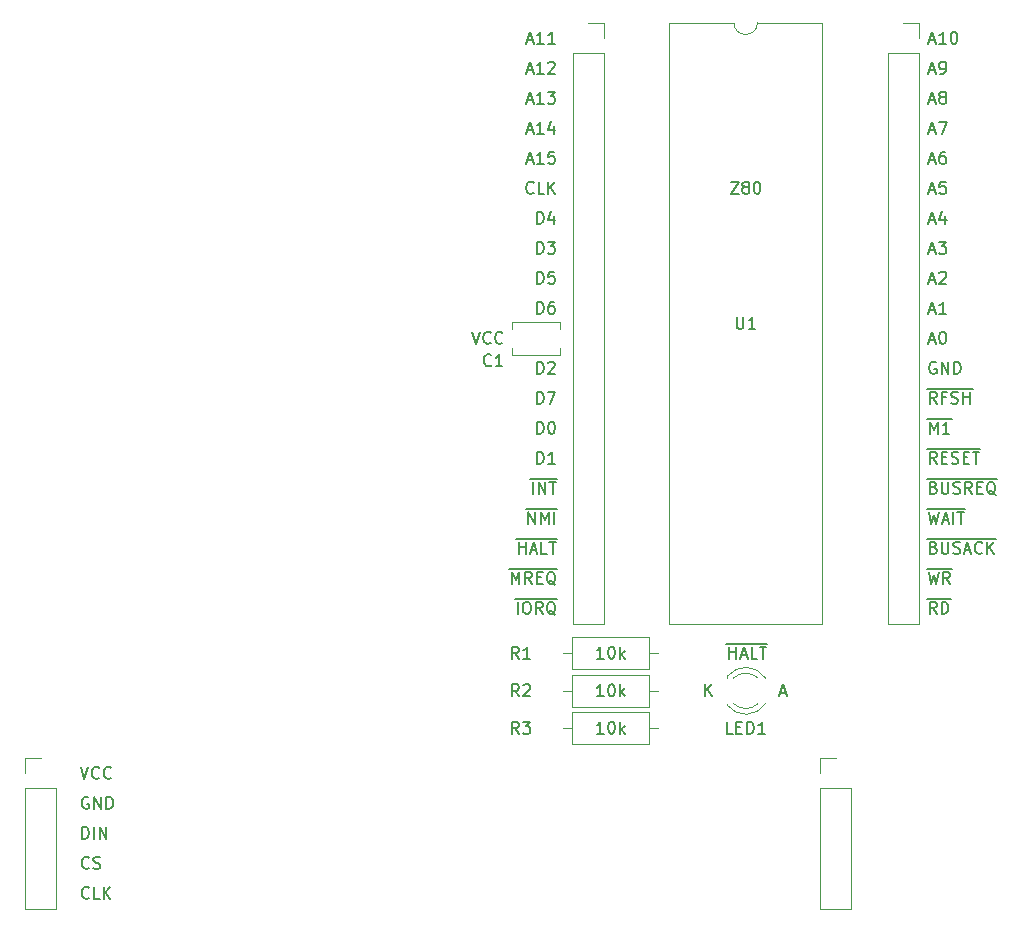
<source format=gto>
G04 #@! TF.GenerationSoftware,KiCad,Pcbnew,(6.0.10-0)*
G04 #@! TF.CreationDate,2023-01-04T21:44:57+09:00*
G04 #@! TF.ProjectId,MEZ80LED,4d455a38-304c-4454-942e-6b696361645f,A*
G04 #@! TF.SameCoordinates,PX5ee3fe0PY8f872a0*
G04 #@! TF.FileFunction,Legend,Top*
G04 #@! TF.FilePolarity,Positive*
%FSLAX46Y46*%
G04 Gerber Fmt 4.6, Leading zero omitted, Abs format (unit mm)*
G04 Created by KiCad (PCBNEW (6.0.10-0)) date 2023-01-04 21:44:57*
%MOMM*%
%LPD*%
G01*
G04 APERTURE LIST*
%ADD10C,0.150000*%
%ADD11C,0.120000*%
G04 APERTURE END LIST*
D10*
X43913214Y46537620D02*
X43913214Y47537620D01*
X44151309Y47537620D01*
X44294166Y47490000D01*
X44389404Y47394762D01*
X44437023Y47299524D01*
X44484642Y47109048D01*
X44484642Y46966191D01*
X44437023Y46775715D01*
X44389404Y46680477D01*
X44294166Y46585239D01*
X44151309Y46537620D01*
X43913214Y46537620D01*
X44865595Y47442381D02*
X44913214Y47490000D01*
X45008452Y47537620D01*
X45246547Y47537620D01*
X45341785Y47490000D01*
X45389404Y47442381D01*
X45437023Y47347143D01*
X45437023Y47251905D01*
X45389404Y47109048D01*
X44817976Y46537620D01*
X45437023Y46537620D01*
X76937500Y27500000D02*
X77937500Y27500000D01*
X77747023Y26217620D02*
X77413690Y26693810D01*
X77175595Y26217620D02*
X77175595Y27217620D01*
X77556547Y27217620D01*
X77651785Y27170000D01*
X77699404Y27122381D01*
X77747023Y27027143D01*
X77747023Y26884286D01*
X77699404Y26789048D01*
X77651785Y26741429D01*
X77556547Y26693810D01*
X77175595Y26693810D01*
X77937500Y27500000D02*
X78937500Y27500000D01*
X78175595Y26217620D02*
X78175595Y27217620D01*
X78413690Y27217620D01*
X78556547Y27170000D01*
X78651785Y27074762D01*
X78699404Y26979524D01*
X78747023Y26789048D01*
X78747023Y26646191D01*
X78699404Y26455715D01*
X78651785Y26360477D01*
X78556547Y26265239D01*
X78413690Y26217620D01*
X78175595Y26217620D01*
X42056071Y27500000D02*
X42532261Y27500000D01*
X42294166Y26217620D02*
X42294166Y27217620D01*
X42532261Y27500000D02*
X43579880Y27500000D01*
X42960833Y27217620D02*
X43151309Y27217620D01*
X43246547Y27170000D01*
X43341785Y27074762D01*
X43389404Y26884286D01*
X43389404Y26550953D01*
X43341785Y26360477D01*
X43246547Y26265239D01*
X43151309Y26217620D01*
X42960833Y26217620D01*
X42865595Y26265239D01*
X42770357Y26360477D01*
X42722738Y26550953D01*
X42722738Y26884286D01*
X42770357Y27074762D01*
X42865595Y27170000D01*
X42960833Y27217620D01*
X43579880Y27500000D02*
X44579880Y27500000D01*
X44389404Y26217620D02*
X44056071Y26693810D01*
X43817976Y26217620D02*
X43817976Y27217620D01*
X44198928Y27217620D01*
X44294166Y27170000D01*
X44341785Y27122381D01*
X44389404Y27027143D01*
X44389404Y26884286D01*
X44341785Y26789048D01*
X44294166Y26741429D01*
X44198928Y26693810D01*
X43817976Y26693810D01*
X44579880Y27500000D02*
X45627500Y27500000D01*
X45484642Y26122381D02*
X45389404Y26170000D01*
X45294166Y26265239D01*
X45151309Y26408096D01*
X45056071Y26455715D01*
X44960833Y26455715D01*
X45008452Y26217620D02*
X44913214Y26265239D01*
X44817976Y26360477D01*
X44770357Y26550953D01*
X44770357Y26884286D01*
X44817976Y27074762D01*
X44913214Y27170000D01*
X45008452Y27217620D01*
X45198928Y27217620D01*
X45294166Y27170000D01*
X45389404Y27074762D01*
X45437023Y26884286D01*
X45437023Y26550953D01*
X45389404Y26360477D01*
X45294166Y26265239D01*
X45198928Y26217620D01*
X45008452Y26217620D01*
X38420595Y50077620D02*
X38753928Y49077620D01*
X39087261Y50077620D01*
X39992023Y49172858D02*
X39944404Y49125239D01*
X39801547Y49077620D01*
X39706309Y49077620D01*
X39563452Y49125239D01*
X39468214Y49220477D01*
X39420595Y49315715D01*
X39372976Y49506191D01*
X39372976Y49649048D01*
X39420595Y49839524D01*
X39468214Y49934762D01*
X39563452Y50030000D01*
X39706309Y50077620D01*
X39801547Y50077620D01*
X39944404Y50030000D01*
X39992023Y49982381D01*
X40992023Y49172858D02*
X40944404Y49125239D01*
X40801547Y49077620D01*
X40706309Y49077620D01*
X40563452Y49125239D01*
X40468214Y49220477D01*
X40420595Y49315715D01*
X40372976Y49506191D01*
X40372976Y49649048D01*
X40420595Y49839524D01*
X40468214Y49934762D01*
X40563452Y50030000D01*
X40706309Y50077620D01*
X40801547Y50077620D01*
X40944404Y50030000D01*
X40992023Y49982381D01*
X43627500Y61872858D02*
X43579880Y61825239D01*
X43437023Y61777620D01*
X43341785Y61777620D01*
X43198928Y61825239D01*
X43103690Y61920477D01*
X43056071Y62015715D01*
X43008452Y62206191D01*
X43008452Y62349048D01*
X43056071Y62539524D01*
X43103690Y62634762D01*
X43198928Y62730000D01*
X43341785Y62777620D01*
X43437023Y62777620D01*
X43579880Y62730000D01*
X43627500Y62682381D01*
X44532261Y61777620D02*
X44056071Y61777620D01*
X44056071Y62777620D01*
X44865595Y61777620D02*
X44865595Y62777620D01*
X45437023Y61777620D02*
X45008452Y62349048D01*
X45437023Y62777620D02*
X44865595Y62206191D01*
X43913214Y59237620D02*
X43913214Y60237620D01*
X44151309Y60237620D01*
X44294166Y60190000D01*
X44389404Y60094762D01*
X44437023Y59999524D01*
X44484642Y59809048D01*
X44484642Y59666191D01*
X44437023Y59475715D01*
X44389404Y59380477D01*
X44294166Y59285239D01*
X44151309Y59237620D01*
X43913214Y59237620D01*
X45341785Y59904286D02*
X45341785Y59237620D01*
X45103690Y60285239D02*
X44865595Y59570953D01*
X45484642Y59570953D01*
X43056071Y67143334D02*
X43532261Y67143334D01*
X42960833Y66857620D02*
X43294166Y67857620D01*
X43627500Y66857620D01*
X44484642Y66857620D02*
X43913214Y66857620D01*
X44198928Y66857620D02*
X44198928Y67857620D01*
X44103690Y67714762D01*
X44008452Y67619524D01*
X43913214Y67571905D01*
X45341785Y67524286D02*
X45341785Y66857620D01*
X45103690Y67905239D02*
X44865595Y67190953D01*
X45484642Y67190953D01*
X76937500Y37660000D02*
X77937500Y37660000D01*
X77508928Y36901429D02*
X77651785Y36853810D01*
X77699404Y36806191D01*
X77747023Y36710953D01*
X77747023Y36568096D01*
X77699404Y36472858D01*
X77651785Y36425239D01*
X77556547Y36377620D01*
X77175595Y36377620D01*
X77175595Y37377620D01*
X77508928Y37377620D01*
X77604166Y37330000D01*
X77651785Y37282381D01*
X77699404Y37187143D01*
X77699404Y37091905D01*
X77651785Y36996667D01*
X77604166Y36949048D01*
X77508928Y36901429D01*
X77175595Y36901429D01*
X77937500Y37660000D02*
X78985119Y37660000D01*
X78175595Y37377620D02*
X78175595Y36568096D01*
X78223214Y36472858D01*
X78270833Y36425239D01*
X78366071Y36377620D01*
X78556547Y36377620D01*
X78651785Y36425239D01*
X78699404Y36472858D01*
X78747023Y36568096D01*
X78747023Y37377620D01*
X78985119Y37660000D02*
X79937500Y37660000D01*
X79175595Y36425239D02*
X79318452Y36377620D01*
X79556547Y36377620D01*
X79651785Y36425239D01*
X79699404Y36472858D01*
X79747023Y36568096D01*
X79747023Y36663334D01*
X79699404Y36758572D01*
X79651785Y36806191D01*
X79556547Y36853810D01*
X79366071Y36901429D01*
X79270833Y36949048D01*
X79223214Y36996667D01*
X79175595Y37091905D01*
X79175595Y37187143D01*
X79223214Y37282381D01*
X79270833Y37330000D01*
X79366071Y37377620D01*
X79604166Y37377620D01*
X79747023Y37330000D01*
X79937500Y37660000D02*
X80937500Y37660000D01*
X80747023Y36377620D02*
X80413690Y36853810D01*
X80175595Y36377620D02*
X80175595Y37377620D01*
X80556547Y37377620D01*
X80651785Y37330000D01*
X80699404Y37282381D01*
X80747023Y37187143D01*
X80747023Y37044286D01*
X80699404Y36949048D01*
X80651785Y36901429D01*
X80556547Y36853810D01*
X80175595Y36853810D01*
X80937500Y37660000D02*
X81842261Y37660000D01*
X81175595Y36901429D02*
X81508928Y36901429D01*
X81651785Y36377620D02*
X81175595Y36377620D01*
X81175595Y37377620D01*
X81651785Y37377620D01*
X81842261Y37660000D02*
X82889880Y37660000D01*
X82747023Y36282381D02*
X82651785Y36330000D01*
X82556547Y36425239D01*
X82413690Y36568096D01*
X82318452Y36615715D01*
X82223214Y36615715D01*
X82270833Y36377620D02*
X82175595Y36425239D01*
X82080357Y36520477D01*
X82032738Y36710953D01*
X82032738Y37044286D01*
X82080357Y37234762D01*
X82175595Y37330000D01*
X82270833Y37377620D01*
X82461309Y37377620D01*
X82556547Y37330000D01*
X82651785Y37234762D01*
X82699404Y37044286D01*
X82699404Y36710953D01*
X82651785Y36520477D01*
X82556547Y36425239D01*
X82461309Y36377620D01*
X82270833Y36377620D01*
X77127976Y72223334D02*
X77604166Y72223334D01*
X77032738Y71937620D02*
X77366071Y72937620D01*
X77699404Y71937620D01*
X78080357Y71937620D02*
X78270833Y71937620D01*
X78366071Y71985239D01*
X78413690Y72032858D01*
X78508928Y72175715D01*
X78556547Y72366191D01*
X78556547Y72747143D01*
X78508928Y72842381D01*
X78461309Y72890000D01*
X78366071Y72937620D01*
X78175595Y72937620D01*
X78080357Y72890000D01*
X78032738Y72842381D01*
X77985119Y72747143D01*
X77985119Y72509048D01*
X78032738Y72413810D01*
X78080357Y72366191D01*
X78175595Y72318572D01*
X78366071Y72318572D01*
X78461309Y72366191D01*
X78508928Y72413810D01*
X78556547Y72509048D01*
X77127976Y62063334D02*
X77604166Y62063334D01*
X77032738Y61777620D02*
X77366071Y62777620D01*
X77699404Y61777620D01*
X78508928Y62777620D02*
X78032738Y62777620D01*
X77985119Y62301429D01*
X78032738Y62349048D01*
X78127976Y62396667D01*
X78366071Y62396667D01*
X78461309Y62349048D01*
X78508928Y62301429D01*
X78556547Y62206191D01*
X78556547Y61968096D01*
X78508928Y61872858D01*
X78461309Y61825239D01*
X78366071Y61777620D01*
X78127976Y61777620D01*
X78032738Y61825239D01*
X77985119Y61872858D01*
X43913214Y56697620D02*
X43913214Y57697620D01*
X44151309Y57697620D01*
X44294166Y57650000D01*
X44389404Y57554762D01*
X44437023Y57459524D01*
X44484642Y57269048D01*
X44484642Y57126191D01*
X44437023Y56935715D01*
X44389404Y56840477D01*
X44294166Y56745239D01*
X44151309Y56697620D01*
X43913214Y56697620D01*
X44817976Y57697620D02*
X45437023Y57697620D01*
X45103690Y57316667D01*
X45246547Y57316667D01*
X45341785Y57269048D01*
X45389404Y57221429D01*
X45437023Y57126191D01*
X45437023Y56888096D01*
X45389404Y56792858D01*
X45341785Y56745239D01*
X45246547Y56697620D01*
X44960833Y56697620D01*
X44865595Y56745239D01*
X44817976Y56792858D01*
X76937500Y45280000D02*
X77937500Y45280000D01*
X77747023Y43997620D02*
X77413690Y44473810D01*
X77175595Y43997620D02*
X77175595Y44997620D01*
X77556547Y44997620D01*
X77651785Y44950000D01*
X77699404Y44902381D01*
X77747023Y44807143D01*
X77747023Y44664286D01*
X77699404Y44569048D01*
X77651785Y44521429D01*
X77556547Y44473810D01*
X77175595Y44473810D01*
X77937500Y45280000D02*
X78794642Y45280000D01*
X78508928Y44521429D02*
X78175595Y44521429D01*
X78175595Y43997620D02*
X78175595Y44997620D01*
X78651785Y44997620D01*
X78794642Y45280000D02*
X79747023Y45280000D01*
X78985119Y44045239D02*
X79127976Y43997620D01*
X79366071Y43997620D01*
X79461309Y44045239D01*
X79508928Y44092858D01*
X79556547Y44188096D01*
X79556547Y44283334D01*
X79508928Y44378572D01*
X79461309Y44426191D01*
X79366071Y44473810D01*
X79175595Y44521429D01*
X79080357Y44569048D01*
X79032738Y44616667D01*
X78985119Y44711905D01*
X78985119Y44807143D01*
X79032738Y44902381D01*
X79080357Y44950000D01*
X79175595Y44997620D01*
X79413690Y44997620D01*
X79556547Y44950000D01*
X79747023Y45280000D02*
X80794642Y45280000D01*
X79985119Y43997620D02*
X79985119Y44997620D01*
X79985119Y44521429D02*
X80556547Y44521429D01*
X80556547Y43997620D02*
X80556547Y44997620D01*
X42960833Y35120000D02*
X44008452Y35120000D01*
X43198928Y33837620D02*
X43198928Y34837620D01*
X43770357Y33837620D01*
X43770357Y34837620D01*
X44008452Y35120000D02*
X45151309Y35120000D01*
X44246547Y33837620D02*
X44246547Y34837620D01*
X44579880Y34123334D01*
X44913214Y34837620D01*
X44913214Y33837620D01*
X45151309Y35120000D02*
X45627500Y35120000D01*
X45389404Y33837620D02*
X45389404Y34837620D01*
X77699404Y47490000D02*
X77604166Y47537620D01*
X77461309Y47537620D01*
X77318452Y47490000D01*
X77223214Y47394762D01*
X77175595Y47299524D01*
X77127976Y47109048D01*
X77127976Y46966191D01*
X77175595Y46775715D01*
X77223214Y46680477D01*
X77318452Y46585239D01*
X77461309Y46537620D01*
X77556547Y46537620D01*
X77699404Y46585239D01*
X77747023Y46632858D01*
X77747023Y46966191D01*
X77556547Y46966191D01*
X78175595Y46537620D02*
X78175595Y47537620D01*
X78747023Y46537620D01*
X78747023Y47537620D01*
X79223214Y46537620D02*
X79223214Y47537620D01*
X79461309Y47537620D01*
X79604166Y47490000D01*
X79699404Y47394762D01*
X79747023Y47299524D01*
X79794642Y47109048D01*
X79794642Y46966191D01*
X79747023Y46775715D01*
X79699404Y46680477D01*
X79604166Y46585239D01*
X79461309Y46537620D01*
X79223214Y46537620D01*
X5939404Y10655000D02*
X5844166Y10702620D01*
X5701309Y10702620D01*
X5558452Y10655000D01*
X5463214Y10559762D01*
X5415595Y10464524D01*
X5367976Y10274048D01*
X5367976Y10131191D01*
X5415595Y9940715D01*
X5463214Y9845477D01*
X5558452Y9750239D01*
X5701309Y9702620D01*
X5796547Y9702620D01*
X5939404Y9750239D01*
X5987023Y9797858D01*
X5987023Y10131191D01*
X5796547Y10131191D01*
X6415595Y9702620D02*
X6415595Y10702620D01*
X6987023Y9702620D01*
X6987023Y10702620D01*
X7463214Y9702620D02*
X7463214Y10702620D01*
X7701309Y10702620D01*
X7844166Y10655000D01*
X7939404Y10559762D01*
X7987023Y10464524D01*
X8034642Y10274048D01*
X8034642Y10131191D01*
X7987023Y9940715D01*
X7939404Y9845477D01*
X7844166Y9750239D01*
X7701309Y9702620D01*
X7463214Y9702620D01*
X77127976Y67143334D02*
X77604166Y67143334D01*
X77032738Y66857620D02*
X77366071Y67857620D01*
X77699404Y66857620D01*
X77937500Y67857620D02*
X78604166Y67857620D01*
X78175595Y66857620D01*
X77127976Y54443334D02*
X77604166Y54443334D01*
X77032738Y54157620D02*
X77366071Y55157620D01*
X77699404Y54157620D01*
X77985119Y55062381D02*
X78032738Y55110000D01*
X78127976Y55157620D01*
X78366071Y55157620D01*
X78461309Y55110000D01*
X78508928Y55062381D01*
X78556547Y54967143D01*
X78556547Y54871905D01*
X78508928Y54729048D01*
X77937500Y54157620D01*
X78556547Y54157620D01*
X43913214Y51617620D02*
X43913214Y52617620D01*
X44151309Y52617620D01*
X44294166Y52570000D01*
X44389404Y52474762D01*
X44437023Y52379524D01*
X44484642Y52189048D01*
X44484642Y52046191D01*
X44437023Y51855715D01*
X44389404Y51760477D01*
X44294166Y51665239D01*
X44151309Y51617620D01*
X43913214Y51617620D01*
X45341785Y52617620D02*
X45151309Y52617620D01*
X45056071Y52570000D01*
X45008452Y52522381D01*
X44913214Y52379524D01*
X44865595Y52189048D01*
X44865595Y51808096D01*
X44913214Y51712858D01*
X44960833Y51665239D01*
X45056071Y51617620D01*
X45246547Y51617620D01*
X45341785Y51665239D01*
X45389404Y51712858D01*
X45437023Y51808096D01*
X45437023Y52046191D01*
X45389404Y52141429D01*
X45341785Y52189048D01*
X45246547Y52236667D01*
X45056071Y52236667D01*
X44960833Y52189048D01*
X44913214Y52141429D01*
X44865595Y52046191D01*
X43913214Y38917620D02*
X43913214Y39917620D01*
X44151309Y39917620D01*
X44294166Y39870000D01*
X44389404Y39774762D01*
X44437023Y39679524D01*
X44484642Y39489048D01*
X44484642Y39346191D01*
X44437023Y39155715D01*
X44389404Y39060477D01*
X44294166Y38965239D01*
X44151309Y38917620D01*
X43913214Y38917620D01*
X45437023Y38917620D02*
X44865595Y38917620D01*
X45151309Y38917620D02*
X45151309Y39917620D01*
X45056071Y39774762D01*
X44960833Y39679524D01*
X44865595Y39631905D01*
X77127976Y74763334D02*
X77604166Y74763334D01*
X77032738Y74477620D02*
X77366071Y75477620D01*
X77699404Y74477620D01*
X78556547Y74477620D02*
X77985119Y74477620D01*
X78270833Y74477620D02*
X78270833Y75477620D01*
X78175595Y75334762D01*
X78080357Y75239524D01*
X77985119Y75191905D01*
X79175595Y75477620D02*
X79270833Y75477620D01*
X79366071Y75430000D01*
X79413690Y75382381D01*
X79461309Y75287143D01*
X79508928Y75096667D01*
X79508928Y74858572D01*
X79461309Y74668096D01*
X79413690Y74572858D01*
X79366071Y74525239D01*
X79270833Y74477620D01*
X79175595Y74477620D01*
X79080357Y74525239D01*
X79032738Y74572858D01*
X78985119Y74668096D01*
X78937500Y74858572D01*
X78937500Y75096667D01*
X78985119Y75287143D01*
X79032738Y75382381D01*
X79080357Y75430000D01*
X79175595Y75477620D01*
X77127976Y69683334D02*
X77604166Y69683334D01*
X77032738Y69397620D02*
X77366071Y70397620D01*
X77699404Y69397620D01*
X78175595Y69969048D02*
X78080357Y70016667D01*
X78032738Y70064286D01*
X77985119Y70159524D01*
X77985119Y70207143D01*
X78032738Y70302381D01*
X78080357Y70350000D01*
X78175595Y70397620D01*
X78366071Y70397620D01*
X78461309Y70350000D01*
X78508928Y70302381D01*
X78556547Y70207143D01*
X78556547Y70159524D01*
X78508928Y70064286D01*
X78461309Y70016667D01*
X78366071Y69969048D01*
X78175595Y69969048D01*
X78080357Y69921429D01*
X78032738Y69873810D01*
X77985119Y69778572D01*
X77985119Y69588096D01*
X78032738Y69492858D01*
X78080357Y69445239D01*
X78175595Y69397620D01*
X78366071Y69397620D01*
X78461309Y69445239D01*
X78508928Y69492858D01*
X78556547Y69588096D01*
X78556547Y69778572D01*
X78508928Y69873810D01*
X78461309Y69921429D01*
X78366071Y69969048D01*
X49569761Y16062620D02*
X48998333Y16062620D01*
X49284047Y16062620D02*
X49284047Y17062620D01*
X49188809Y16919762D01*
X49093571Y16824524D01*
X48998333Y16776905D01*
X50188809Y17062620D02*
X50284047Y17062620D01*
X50379285Y17015000D01*
X50426904Y16967381D01*
X50474523Y16872143D01*
X50522142Y16681667D01*
X50522142Y16443572D01*
X50474523Y16253096D01*
X50426904Y16157858D01*
X50379285Y16110239D01*
X50284047Y16062620D01*
X50188809Y16062620D01*
X50093571Y16110239D01*
X50045952Y16157858D01*
X49998333Y16253096D01*
X49950714Y16443572D01*
X49950714Y16681667D01*
X49998333Y16872143D01*
X50045952Y16967381D01*
X50093571Y17015000D01*
X50188809Y17062620D01*
X50950714Y16062620D02*
X50950714Y17062620D01*
X51045952Y16443572D02*
X51331666Y16062620D01*
X51331666Y16729286D02*
X50950714Y16348334D01*
X43056071Y74763334D02*
X43532261Y74763334D01*
X42960833Y74477620D02*
X43294166Y75477620D01*
X43627500Y74477620D01*
X44484642Y74477620D02*
X43913214Y74477620D01*
X44198928Y74477620D02*
X44198928Y75477620D01*
X44103690Y75334762D01*
X44008452Y75239524D01*
X43913214Y75191905D01*
X45437023Y74477620D02*
X44865595Y74477620D01*
X45151309Y74477620D02*
X45151309Y75477620D01*
X45056071Y75334762D01*
X44960833Y75239524D01*
X44865595Y75191905D01*
X43913214Y43997620D02*
X43913214Y44997620D01*
X44151309Y44997620D01*
X44294166Y44950000D01*
X44389404Y44854762D01*
X44437023Y44759524D01*
X44484642Y44569048D01*
X44484642Y44426191D01*
X44437023Y44235715D01*
X44389404Y44140477D01*
X44294166Y44045239D01*
X44151309Y43997620D01*
X43913214Y43997620D01*
X44817976Y44997620D02*
X45484642Y44997620D01*
X45056071Y43997620D01*
X76937500Y42740000D02*
X78080357Y42740000D01*
X77175595Y41457620D02*
X77175595Y42457620D01*
X77508928Y41743334D01*
X77842261Y42457620D01*
X77842261Y41457620D01*
X78080357Y42740000D02*
X79032738Y42740000D01*
X78842261Y41457620D02*
X78270833Y41457620D01*
X78556547Y41457620D02*
X78556547Y42457620D01*
X78461309Y42314762D01*
X78366071Y42219524D01*
X78270833Y42171905D01*
X5415595Y7162620D02*
X5415595Y8162620D01*
X5653690Y8162620D01*
X5796547Y8115000D01*
X5891785Y8019762D01*
X5939404Y7924524D01*
X5987023Y7734048D01*
X5987023Y7591191D01*
X5939404Y7400715D01*
X5891785Y7305477D01*
X5796547Y7210239D01*
X5653690Y7162620D01*
X5415595Y7162620D01*
X6415595Y7162620D02*
X6415595Y8162620D01*
X6891785Y7162620D02*
X6891785Y8162620D01*
X7463214Y7162620D01*
X7463214Y8162620D01*
X49569761Y22412620D02*
X48998333Y22412620D01*
X49284047Y22412620D02*
X49284047Y23412620D01*
X49188809Y23269762D01*
X49093571Y23174524D01*
X48998333Y23126905D01*
X50188809Y23412620D02*
X50284047Y23412620D01*
X50379285Y23365000D01*
X50426904Y23317381D01*
X50474523Y23222143D01*
X50522142Y23031667D01*
X50522142Y22793572D01*
X50474523Y22603096D01*
X50426904Y22507858D01*
X50379285Y22460239D01*
X50284047Y22412620D01*
X50188809Y22412620D01*
X50093571Y22460239D01*
X50045952Y22507858D01*
X49998333Y22603096D01*
X49950714Y22793572D01*
X49950714Y23031667D01*
X49998333Y23222143D01*
X50045952Y23317381D01*
X50093571Y23365000D01*
X50188809Y23412620D01*
X50950714Y22412620D02*
X50950714Y23412620D01*
X51045952Y22793572D02*
X51331666Y22412620D01*
X51331666Y23079286D02*
X50950714Y22698334D01*
X43341785Y37660000D02*
X43817976Y37660000D01*
X43579880Y36377620D02*
X43579880Y37377620D01*
X43817976Y37660000D02*
X44865595Y37660000D01*
X44056071Y36377620D02*
X44056071Y37377620D01*
X44627500Y36377620D01*
X44627500Y37377620D01*
X44865595Y37660000D02*
X45627500Y37660000D01*
X44960833Y37377620D02*
X45532261Y37377620D01*
X45246547Y36377620D02*
X45246547Y37377620D01*
X42151309Y32580000D02*
X43198928Y32580000D01*
X42389404Y31297620D02*
X42389404Y32297620D01*
X42389404Y31821429D02*
X42960833Y31821429D01*
X42960833Y31297620D02*
X42960833Y32297620D01*
X43198928Y32580000D02*
X44056071Y32580000D01*
X43389404Y31583334D02*
X43865595Y31583334D01*
X43294166Y31297620D02*
X43627500Y32297620D01*
X43960833Y31297620D01*
X44056071Y32580000D02*
X44865595Y32580000D01*
X44770357Y31297620D02*
X44294166Y31297620D01*
X44294166Y32297620D01*
X44865595Y32580000D02*
X45627500Y32580000D01*
X44960833Y32297620D02*
X45532261Y32297620D01*
X45246547Y31297620D02*
X45246547Y32297620D01*
X5987023Y4717858D02*
X5939404Y4670239D01*
X5796547Y4622620D01*
X5701309Y4622620D01*
X5558452Y4670239D01*
X5463214Y4765477D01*
X5415595Y4860715D01*
X5367976Y5051191D01*
X5367976Y5194048D01*
X5415595Y5384524D01*
X5463214Y5479762D01*
X5558452Y5575000D01*
X5701309Y5622620D01*
X5796547Y5622620D01*
X5939404Y5575000D01*
X5987023Y5527381D01*
X6367976Y4670239D02*
X6510833Y4622620D01*
X6748928Y4622620D01*
X6844166Y4670239D01*
X6891785Y4717858D01*
X6939404Y4813096D01*
X6939404Y4908334D01*
X6891785Y5003572D01*
X6844166Y5051191D01*
X6748928Y5098810D01*
X6558452Y5146429D01*
X6463214Y5194048D01*
X6415595Y5241667D01*
X6367976Y5336905D01*
X6367976Y5432143D01*
X6415595Y5527381D01*
X6463214Y5575000D01*
X6558452Y5622620D01*
X6796547Y5622620D01*
X6939404Y5575000D01*
X77127976Y49363334D02*
X77604166Y49363334D01*
X77032738Y49077620D02*
X77366071Y50077620D01*
X77699404Y49077620D01*
X78223214Y50077620D02*
X78318452Y50077620D01*
X78413690Y50030000D01*
X78461309Y49982381D01*
X78508928Y49887143D01*
X78556547Y49696667D01*
X78556547Y49458572D01*
X78508928Y49268096D01*
X78461309Y49172858D01*
X78413690Y49125239D01*
X78318452Y49077620D01*
X78223214Y49077620D01*
X78127976Y49125239D01*
X78080357Y49172858D01*
X78032738Y49268096D01*
X77985119Y49458572D01*
X77985119Y49696667D01*
X78032738Y49887143D01*
X78080357Y49982381D01*
X78127976Y50030000D01*
X78223214Y50077620D01*
X49569761Y19237620D02*
X48998333Y19237620D01*
X49284047Y19237620D02*
X49284047Y20237620D01*
X49188809Y20094762D01*
X49093571Y19999524D01*
X48998333Y19951905D01*
X50188809Y20237620D02*
X50284047Y20237620D01*
X50379285Y20190000D01*
X50426904Y20142381D01*
X50474523Y20047143D01*
X50522142Y19856667D01*
X50522142Y19618572D01*
X50474523Y19428096D01*
X50426904Y19332858D01*
X50379285Y19285239D01*
X50284047Y19237620D01*
X50188809Y19237620D01*
X50093571Y19285239D01*
X50045952Y19332858D01*
X49998333Y19428096D01*
X49950714Y19618572D01*
X49950714Y19856667D01*
X49998333Y20047143D01*
X50045952Y20142381D01*
X50093571Y20190000D01*
X50188809Y20237620D01*
X50950714Y19237620D02*
X50950714Y20237620D01*
X51045952Y19618572D02*
X51331666Y19237620D01*
X51331666Y19904286D02*
X50950714Y19523334D01*
X5987023Y2177858D02*
X5939404Y2130239D01*
X5796547Y2082620D01*
X5701309Y2082620D01*
X5558452Y2130239D01*
X5463214Y2225477D01*
X5415595Y2320715D01*
X5367976Y2511191D01*
X5367976Y2654048D01*
X5415595Y2844524D01*
X5463214Y2939762D01*
X5558452Y3035000D01*
X5701309Y3082620D01*
X5796547Y3082620D01*
X5939404Y3035000D01*
X5987023Y2987381D01*
X6891785Y2082620D02*
X6415595Y2082620D01*
X6415595Y3082620D01*
X7225119Y2082620D02*
X7225119Y3082620D01*
X7796547Y2082620D02*
X7367976Y2654048D01*
X7796547Y3082620D02*
X7225119Y2511191D01*
X60314285Y62777620D02*
X60980952Y62777620D01*
X60314285Y61777620D01*
X60980952Y61777620D01*
X61504761Y62349048D02*
X61409523Y62396667D01*
X61361904Y62444286D01*
X61314285Y62539524D01*
X61314285Y62587143D01*
X61361904Y62682381D01*
X61409523Y62730000D01*
X61504761Y62777620D01*
X61695238Y62777620D01*
X61790476Y62730000D01*
X61838095Y62682381D01*
X61885714Y62587143D01*
X61885714Y62539524D01*
X61838095Y62444286D01*
X61790476Y62396667D01*
X61695238Y62349048D01*
X61504761Y62349048D01*
X61409523Y62301429D01*
X61361904Y62253810D01*
X61314285Y62158572D01*
X61314285Y61968096D01*
X61361904Y61872858D01*
X61409523Y61825239D01*
X61504761Y61777620D01*
X61695238Y61777620D01*
X61790476Y61825239D01*
X61838095Y61872858D01*
X61885714Y61968096D01*
X61885714Y62158572D01*
X61838095Y62253810D01*
X61790476Y62301429D01*
X61695238Y62349048D01*
X62504761Y62777620D02*
X62600000Y62777620D01*
X62695238Y62730000D01*
X62742857Y62682381D01*
X62790476Y62587143D01*
X62838095Y62396667D01*
X62838095Y62158572D01*
X62790476Y61968096D01*
X62742857Y61872858D01*
X62695238Y61825239D01*
X62600000Y61777620D01*
X62504761Y61777620D01*
X62409523Y61825239D01*
X62361904Y61872858D01*
X62314285Y61968096D01*
X62266666Y62158572D01*
X62266666Y62396667D01*
X62314285Y62587143D01*
X62361904Y62682381D01*
X62409523Y62730000D01*
X62504761Y62777620D01*
X59953391Y23690000D02*
X61001010Y23690000D01*
X60191487Y22407620D02*
X60191487Y23407620D01*
X60191487Y22931429D02*
X60762915Y22931429D01*
X60762915Y22407620D02*
X60762915Y23407620D01*
X61001010Y23690000D02*
X61858153Y23690000D01*
X61191487Y22693334D02*
X61667677Y22693334D01*
X61096248Y22407620D02*
X61429582Y23407620D01*
X61762915Y22407620D01*
X61858153Y23690000D02*
X62667677Y23690000D01*
X62572439Y22407620D02*
X62096248Y22407620D01*
X62096248Y23407620D01*
X62667677Y23690000D02*
X63429582Y23690000D01*
X62762915Y23407620D02*
X63334344Y23407620D01*
X63048629Y22407620D02*
X63048629Y23407620D01*
X43913214Y54157620D02*
X43913214Y55157620D01*
X44151309Y55157620D01*
X44294166Y55110000D01*
X44389404Y55014762D01*
X44437023Y54919524D01*
X44484642Y54729048D01*
X44484642Y54586191D01*
X44437023Y54395715D01*
X44389404Y54300477D01*
X44294166Y54205239D01*
X44151309Y54157620D01*
X43913214Y54157620D01*
X45389404Y55157620D02*
X44913214Y55157620D01*
X44865595Y54681429D01*
X44913214Y54729048D01*
X45008452Y54776667D01*
X45246547Y54776667D01*
X45341785Y54729048D01*
X45389404Y54681429D01*
X45437023Y54586191D01*
X45437023Y54348096D01*
X45389404Y54252858D01*
X45341785Y54205239D01*
X45246547Y54157620D01*
X45008452Y54157620D01*
X44913214Y54205239D01*
X44865595Y54252858D01*
X77127976Y64603334D02*
X77604166Y64603334D01*
X77032738Y64317620D02*
X77366071Y65317620D01*
X77699404Y64317620D01*
X78461309Y65317620D02*
X78270833Y65317620D01*
X78175595Y65270000D01*
X78127976Y65222381D01*
X78032738Y65079524D01*
X77985119Y64889048D01*
X77985119Y64508096D01*
X78032738Y64412858D01*
X78080357Y64365239D01*
X78175595Y64317620D01*
X78366071Y64317620D01*
X78461309Y64365239D01*
X78508928Y64412858D01*
X78556547Y64508096D01*
X78556547Y64746191D01*
X78508928Y64841429D01*
X78461309Y64889048D01*
X78366071Y64936667D01*
X78175595Y64936667D01*
X78080357Y64889048D01*
X78032738Y64841429D01*
X77985119Y64746191D01*
X5272738Y13242620D02*
X5606071Y12242620D01*
X5939404Y13242620D01*
X6844166Y12337858D02*
X6796547Y12290239D01*
X6653690Y12242620D01*
X6558452Y12242620D01*
X6415595Y12290239D01*
X6320357Y12385477D01*
X6272738Y12480715D01*
X6225119Y12671191D01*
X6225119Y12814048D01*
X6272738Y13004524D01*
X6320357Y13099762D01*
X6415595Y13195000D01*
X6558452Y13242620D01*
X6653690Y13242620D01*
X6796547Y13195000D01*
X6844166Y13147381D01*
X7844166Y12337858D02*
X7796547Y12290239D01*
X7653690Y12242620D01*
X7558452Y12242620D01*
X7415595Y12290239D01*
X7320357Y12385477D01*
X7272738Y12480715D01*
X7225119Y12671191D01*
X7225119Y12814048D01*
X7272738Y13004524D01*
X7320357Y13099762D01*
X7415595Y13195000D01*
X7558452Y13242620D01*
X7653690Y13242620D01*
X7796547Y13195000D01*
X7844166Y13147381D01*
X76937500Y32580000D02*
X77937500Y32580000D01*
X77508928Y31821429D02*
X77651785Y31773810D01*
X77699404Y31726191D01*
X77747023Y31630953D01*
X77747023Y31488096D01*
X77699404Y31392858D01*
X77651785Y31345239D01*
X77556547Y31297620D01*
X77175595Y31297620D01*
X77175595Y32297620D01*
X77508928Y32297620D01*
X77604166Y32250000D01*
X77651785Y32202381D01*
X77699404Y32107143D01*
X77699404Y32011905D01*
X77651785Y31916667D01*
X77604166Y31869048D01*
X77508928Y31821429D01*
X77175595Y31821429D01*
X77937500Y32580000D02*
X78985119Y32580000D01*
X78175595Y32297620D02*
X78175595Y31488096D01*
X78223214Y31392858D01*
X78270833Y31345239D01*
X78366071Y31297620D01*
X78556547Y31297620D01*
X78651785Y31345239D01*
X78699404Y31392858D01*
X78747023Y31488096D01*
X78747023Y32297620D01*
X78985119Y32580000D02*
X79937500Y32580000D01*
X79175595Y31345239D02*
X79318452Y31297620D01*
X79556547Y31297620D01*
X79651785Y31345239D01*
X79699404Y31392858D01*
X79747023Y31488096D01*
X79747023Y31583334D01*
X79699404Y31678572D01*
X79651785Y31726191D01*
X79556547Y31773810D01*
X79366071Y31821429D01*
X79270833Y31869048D01*
X79223214Y31916667D01*
X79175595Y32011905D01*
X79175595Y32107143D01*
X79223214Y32202381D01*
X79270833Y32250000D01*
X79366071Y32297620D01*
X79604166Y32297620D01*
X79747023Y32250000D01*
X79937500Y32580000D02*
X80794642Y32580000D01*
X80127976Y31583334D02*
X80604166Y31583334D01*
X80032738Y31297620D02*
X80366071Y32297620D01*
X80699404Y31297620D01*
X80794642Y32580000D02*
X81794642Y32580000D01*
X81604166Y31392858D02*
X81556547Y31345239D01*
X81413690Y31297620D01*
X81318452Y31297620D01*
X81175595Y31345239D01*
X81080357Y31440477D01*
X81032738Y31535715D01*
X80985119Y31726191D01*
X80985119Y31869048D01*
X81032738Y32059524D01*
X81080357Y32154762D01*
X81175595Y32250000D01*
X81318452Y32297620D01*
X81413690Y32297620D01*
X81556547Y32250000D01*
X81604166Y32202381D01*
X81794642Y32580000D02*
X82794642Y32580000D01*
X82032738Y31297620D02*
X82032738Y32297620D01*
X82604166Y31297620D02*
X82175595Y31869048D01*
X82604166Y32297620D02*
X82032738Y31726191D01*
X58158095Y19232620D02*
X58158095Y20232620D01*
X58729523Y19232620D02*
X58300952Y19804048D01*
X58729523Y20232620D02*
X58158095Y19661191D01*
X64536904Y19518334D02*
X65013095Y19518334D01*
X64441666Y19232620D02*
X64775000Y20232620D01*
X65108333Y19232620D01*
X43913214Y41457620D02*
X43913214Y42457620D01*
X44151309Y42457620D01*
X44294166Y42410000D01*
X44389404Y42314762D01*
X44437023Y42219524D01*
X44484642Y42029048D01*
X44484642Y41886191D01*
X44437023Y41695715D01*
X44389404Y41600477D01*
X44294166Y41505239D01*
X44151309Y41457620D01*
X43913214Y41457620D01*
X45103690Y42457620D02*
X45198928Y42457620D01*
X45294166Y42410000D01*
X45341785Y42362381D01*
X45389404Y42267143D01*
X45437023Y42076667D01*
X45437023Y41838572D01*
X45389404Y41648096D01*
X45341785Y41552858D01*
X45294166Y41505239D01*
X45198928Y41457620D01*
X45103690Y41457620D01*
X45008452Y41505239D01*
X44960833Y41552858D01*
X44913214Y41648096D01*
X44865595Y41838572D01*
X44865595Y42076667D01*
X44913214Y42267143D01*
X44960833Y42362381D01*
X45008452Y42410000D01*
X45103690Y42457620D01*
X43056071Y64603334D02*
X43532261Y64603334D01*
X42960833Y64317620D02*
X43294166Y65317620D01*
X43627500Y64317620D01*
X44484642Y64317620D02*
X43913214Y64317620D01*
X44198928Y64317620D02*
X44198928Y65317620D01*
X44103690Y65174762D01*
X44008452Y65079524D01*
X43913214Y65031905D01*
X45389404Y65317620D02*
X44913214Y65317620D01*
X44865595Y64841429D01*
X44913214Y64889048D01*
X45008452Y64936667D01*
X45246547Y64936667D01*
X45341785Y64889048D01*
X45389404Y64841429D01*
X45437023Y64746191D01*
X45437023Y64508096D01*
X45389404Y64412858D01*
X45341785Y64365239D01*
X45246547Y64317620D01*
X45008452Y64317620D01*
X44913214Y64365239D01*
X44865595Y64412858D01*
X77127976Y51903334D02*
X77604166Y51903334D01*
X77032738Y51617620D02*
X77366071Y52617620D01*
X77699404Y51617620D01*
X78556547Y51617620D02*
X77985119Y51617620D01*
X78270833Y51617620D02*
X78270833Y52617620D01*
X78175595Y52474762D01*
X78080357Y52379524D01*
X77985119Y52331905D01*
X76937500Y30040000D02*
X78080357Y30040000D01*
X77080357Y29757620D02*
X77318452Y28757620D01*
X77508928Y29471905D01*
X77699404Y28757620D01*
X77937500Y29757620D01*
X78080357Y30040000D02*
X79080357Y30040000D01*
X78889880Y28757620D02*
X78556547Y29233810D01*
X78318452Y28757620D02*
X78318452Y29757620D01*
X78699404Y29757620D01*
X78794642Y29710000D01*
X78842261Y29662381D01*
X78889880Y29567143D01*
X78889880Y29424286D01*
X78842261Y29329048D01*
X78794642Y29281429D01*
X78699404Y29233810D01*
X78318452Y29233810D01*
X77127976Y59523334D02*
X77604166Y59523334D01*
X77032738Y59237620D02*
X77366071Y60237620D01*
X77699404Y59237620D01*
X78461309Y59904286D02*
X78461309Y59237620D01*
X78223214Y60285239D02*
X77985119Y59570953D01*
X78604166Y59570953D01*
X76937500Y40200000D02*
X77937500Y40200000D01*
X77747023Y38917620D02*
X77413690Y39393810D01*
X77175595Y38917620D02*
X77175595Y39917620D01*
X77556547Y39917620D01*
X77651785Y39870000D01*
X77699404Y39822381D01*
X77747023Y39727143D01*
X77747023Y39584286D01*
X77699404Y39489048D01*
X77651785Y39441429D01*
X77556547Y39393810D01*
X77175595Y39393810D01*
X77937500Y40200000D02*
X78842261Y40200000D01*
X78175595Y39441429D02*
X78508928Y39441429D01*
X78651785Y38917620D02*
X78175595Y38917620D01*
X78175595Y39917620D01*
X78651785Y39917620D01*
X78842261Y40200000D02*
X79794642Y40200000D01*
X79032738Y38965239D02*
X79175595Y38917620D01*
X79413690Y38917620D01*
X79508928Y38965239D01*
X79556547Y39012858D01*
X79604166Y39108096D01*
X79604166Y39203334D01*
X79556547Y39298572D01*
X79508928Y39346191D01*
X79413690Y39393810D01*
X79223214Y39441429D01*
X79127976Y39489048D01*
X79080357Y39536667D01*
X79032738Y39631905D01*
X79032738Y39727143D01*
X79080357Y39822381D01*
X79127976Y39870000D01*
X79223214Y39917620D01*
X79461309Y39917620D01*
X79604166Y39870000D01*
X79794642Y40200000D02*
X80699404Y40200000D01*
X80032738Y39441429D02*
X80366071Y39441429D01*
X80508928Y38917620D02*
X80032738Y38917620D01*
X80032738Y39917620D01*
X80508928Y39917620D01*
X80699404Y40200000D02*
X81461309Y40200000D01*
X80794642Y39917620D02*
X81366071Y39917620D01*
X81080357Y38917620D02*
X81080357Y39917620D01*
X41532261Y30040000D02*
X42675119Y30040000D01*
X41770357Y28757620D02*
X41770357Y29757620D01*
X42103690Y29043334D01*
X42437023Y29757620D01*
X42437023Y28757620D01*
X42675119Y30040000D02*
X43675119Y30040000D01*
X43484642Y28757620D02*
X43151309Y29233810D01*
X42913214Y28757620D02*
X42913214Y29757620D01*
X43294166Y29757620D01*
X43389404Y29710000D01*
X43437023Y29662381D01*
X43484642Y29567143D01*
X43484642Y29424286D01*
X43437023Y29329048D01*
X43389404Y29281429D01*
X43294166Y29233810D01*
X42913214Y29233810D01*
X43675119Y30040000D02*
X44579880Y30040000D01*
X43913214Y29281429D02*
X44246547Y29281429D01*
X44389404Y28757620D02*
X43913214Y28757620D01*
X43913214Y29757620D01*
X44389404Y29757620D01*
X44579880Y30040000D02*
X45627500Y30040000D01*
X45484642Y28662381D02*
X45389404Y28710000D01*
X45294166Y28805239D01*
X45151309Y28948096D01*
X45056071Y28995715D01*
X44960833Y28995715D01*
X45008452Y28757620D02*
X44913214Y28805239D01*
X44817976Y28900477D01*
X44770357Y29090953D01*
X44770357Y29424286D01*
X44817976Y29614762D01*
X44913214Y29710000D01*
X45008452Y29757620D01*
X45198928Y29757620D01*
X45294166Y29710000D01*
X45389404Y29614762D01*
X45437023Y29424286D01*
X45437023Y29090953D01*
X45389404Y28900477D01*
X45294166Y28805239D01*
X45198928Y28757620D01*
X45008452Y28757620D01*
X77127976Y56983334D02*
X77604166Y56983334D01*
X77032738Y56697620D02*
X77366071Y57697620D01*
X77699404Y56697620D01*
X77937500Y57697620D02*
X78556547Y57697620D01*
X78223214Y57316667D01*
X78366071Y57316667D01*
X78461309Y57269048D01*
X78508928Y57221429D01*
X78556547Y57126191D01*
X78556547Y56888096D01*
X78508928Y56792858D01*
X78461309Y56745239D01*
X78366071Y56697620D01*
X78080357Y56697620D01*
X77985119Y56745239D01*
X77937500Y56792858D01*
X76937500Y35120000D02*
X78080357Y35120000D01*
X77080357Y34837620D02*
X77318452Y33837620D01*
X77508928Y34551905D01*
X77699404Y33837620D01*
X77937500Y34837620D01*
X78080357Y35120000D02*
X78937500Y35120000D01*
X78270833Y34123334D02*
X78747023Y34123334D01*
X78175595Y33837620D02*
X78508928Y34837620D01*
X78842261Y33837620D01*
X78937500Y35120000D02*
X79413690Y35120000D01*
X79175595Y33837620D02*
X79175595Y34837620D01*
X79413690Y35120000D02*
X80175595Y35120000D01*
X79508928Y34837620D02*
X80080357Y34837620D01*
X79794642Y33837620D02*
X79794642Y34837620D01*
X43056071Y69683334D02*
X43532261Y69683334D01*
X42960833Y69397620D02*
X43294166Y70397620D01*
X43627500Y69397620D01*
X44484642Y69397620D02*
X43913214Y69397620D01*
X44198928Y69397620D02*
X44198928Y70397620D01*
X44103690Y70254762D01*
X44008452Y70159524D01*
X43913214Y70111905D01*
X44817976Y70397620D02*
X45437023Y70397620D01*
X45103690Y70016667D01*
X45246547Y70016667D01*
X45341785Y69969048D01*
X45389404Y69921429D01*
X45437023Y69826191D01*
X45437023Y69588096D01*
X45389404Y69492858D01*
X45341785Y69445239D01*
X45246547Y69397620D01*
X44960833Y69397620D01*
X44865595Y69445239D01*
X44817976Y69492858D01*
X43056071Y72223334D02*
X43532261Y72223334D01*
X42960833Y71937620D02*
X43294166Y72937620D01*
X43627500Y71937620D01*
X44484642Y71937620D02*
X43913214Y71937620D01*
X44198928Y71937620D02*
X44198928Y72937620D01*
X44103690Y72794762D01*
X44008452Y72699524D01*
X43913214Y72651905D01*
X44865595Y72842381D02*
X44913214Y72890000D01*
X45008452Y72937620D01*
X45246547Y72937620D01*
X45341785Y72890000D01*
X45389404Y72842381D01*
X45437023Y72747143D01*
X45437023Y72651905D01*
X45389404Y72509048D01*
X44817976Y71937620D01*
X45437023Y71937620D01*
X42383333Y22407620D02*
X42050000Y22883810D01*
X41811904Y22407620D02*
X41811904Y23407620D01*
X42192857Y23407620D01*
X42288095Y23360000D01*
X42335714Y23312381D01*
X42383333Y23217143D01*
X42383333Y23074286D01*
X42335714Y22979048D01*
X42288095Y22931429D01*
X42192857Y22883810D01*
X41811904Y22883810D01*
X43335714Y22407620D02*
X42764285Y22407620D01*
X43050000Y22407620D02*
X43050000Y23407620D01*
X42954761Y23264762D01*
X42859523Y23169524D01*
X42764285Y23121905D01*
X60828095Y51347620D02*
X60828095Y50538096D01*
X60875714Y50442858D01*
X60923333Y50395239D01*
X61018571Y50347620D01*
X61209047Y50347620D01*
X61304285Y50395239D01*
X61351904Y50442858D01*
X61399523Y50538096D01*
X61399523Y51347620D01*
X62399523Y50347620D02*
X61828095Y50347620D01*
X62113809Y50347620D02*
X62113809Y51347620D01*
X62018571Y51204762D01*
X61923333Y51109524D01*
X61828095Y51061905D01*
X40039642Y47267858D02*
X39992023Y47220239D01*
X39849166Y47172620D01*
X39753928Y47172620D01*
X39611071Y47220239D01*
X39515833Y47315477D01*
X39468214Y47410715D01*
X39420595Y47601191D01*
X39420595Y47744048D01*
X39468214Y47934524D01*
X39515833Y48029762D01*
X39611071Y48125000D01*
X39753928Y48172620D01*
X39849166Y48172620D01*
X39992023Y48125000D01*
X40039642Y48077381D01*
X40992023Y47172620D02*
X40420595Y47172620D01*
X40706309Y47172620D02*
X40706309Y48172620D01*
X40611071Y48029762D01*
X40515833Y47934524D01*
X40420595Y47886905D01*
X42383333Y16057620D02*
X42050000Y16533810D01*
X41811904Y16057620D02*
X41811904Y17057620D01*
X42192857Y17057620D01*
X42288095Y17010000D01*
X42335714Y16962381D01*
X42383333Y16867143D01*
X42383333Y16724286D01*
X42335714Y16629048D01*
X42288095Y16581429D01*
X42192857Y16533810D01*
X41811904Y16533810D01*
X42716666Y17057620D02*
X43335714Y17057620D01*
X43002380Y16676667D01*
X43145238Y16676667D01*
X43240476Y16629048D01*
X43288095Y16581429D01*
X43335714Y16486191D01*
X43335714Y16248096D01*
X43288095Y16152858D01*
X43240476Y16105239D01*
X43145238Y16057620D01*
X42859523Y16057620D01*
X42764285Y16105239D01*
X42716666Y16152858D01*
X42383333Y19232620D02*
X42050000Y19708810D01*
X41811904Y19232620D02*
X41811904Y20232620D01*
X42192857Y20232620D01*
X42288095Y20185000D01*
X42335714Y20137381D01*
X42383333Y20042143D01*
X42383333Y19899286D01*
X42335714Y19804048D01*
X42288095Y19756429D01*
X42192857Y19708810D01*
X41811904Y19708810D01*
X42764285Y20137381D02*
X42811904Y20185000D01*
X42907142Y20232620D01*
X43145238Y20232620D01*
X43240476Y20185000D01*
X43288095Y20137381D01*
X43335714Y20042143D01*
X43335714Y19946905D01*
X43288095Y19804048D01*
X42716666Y19232620D01*
X43335714Y19232620D01*
X60475952Y16057620D02*
X59999761Y16057620D01*
X59999761Y17057620D01*
X60809285Y16581429D02*
X61142619Y16581429D01*
X61285476Y16057620D02*
X60809285Y16057620D01*
X60809285Y17057620D01*
X61285476Y17057620D01*
X61714047Y16057620D02*
X61714047Y17057620D01*
X61952142Y17057620D01*
X62095000Y17010000D01*
X62190238Y16914762D01*
X62237857Y16819524D01*
X62285476Y16629048D01*
X62285476Y16486191D01*
X62237857Y16295715D01*
X62190238Y16200477D01*
X62095000Y16105239D01*
X61952142Y16057620D01*
X61714047Y16057620D01*
X63237857Y16057620D02*
X62666428Y16057620D01*
X62952142Y16057620D02*
X62952142Y17057620D01*
X62856904Y16914762D01*
X62761666Y16819524D01*
X62666428Y16771905D01*
D11*
X46895000Y21490000D02*
X53435000Y21490000D01*
X46895000Y24230000D02*
X46895000Y21490000D01*
X46125000Y22860000D02*
X46895000Y22860000D01*
X53435000Y21490000D02*
X53435000Y24230000D01*
X53435000Y24230000D02*
X46895000Y24230000D01*
X54205000Y22860000D02*
X53435000Y22860000D01*
X55130000Y76260000D02*
X55130000Y25340000D01*
X68050000Y76260000D02*
X62590000Y76260000D01*
X55130000Y25340000D02*
X68050000Y25340000D01*
X68050000Y25340000D02*
X68050000Y76260000D01*
X60590000Y76260000D02*
X55130000Y76260000D01*
X60590000Y76260000D02*
G75*
G03*
X62590000Y76260000I1000000J0D01*
G01*
X575000Y11425000D02*
X575000Y1205000D01*
X575000Y14025000D02*
X1905000Y14025000D01*
X575000Y1205000D02*
X3235000Y1205000D01*
X575000Y12695000D02*
X575000Y14025000D01*
X575000Y11425000D02*
X3235000Y11425000D01*
X3235000Y11425000D02*
X3235000Y1205000D01*
X46930000Y25340000D02*
X49590000Y25340000D01*
X49590000Y73660000D02*
X49590000Y25340000D01*
X49590000Y76260000D02*
X49590000Y74930000D01*
X48260000Y76260000D02*
X49590000Y76260000D01*
X46930000Y73660000D02*
X46930000Y25340000D01*
X46930000Y73660000D02*
X49590000Y73660000D01*
X41815000Y48110000D02*
X41815000Y48735000D01*
X45855000Y48110000D02*
X41815000Y48110000D01*
X45855000Y48110000D02*
X45855000Y48735000D01*
X45855000Y50325000D02*
X45855000Y50950000D01*
X45855000Y50950000D02*
X41815000Y50950000D01*
X41815000Y50325000D02*
X41815000Y50950000D01*
X46125000Y16510000D02*
X46895000Y16510000D01*
X53435000Y15140000D02*
X53435000Y17880000D01*
X46895000Y17880000D02*
X46895000Y15140000D01*
X53435000Y17880000D02*
X46895000Y17880000D01*
X46895000Y15140000D02*
X53435000Y15140000D01*
X54205000Y16510000D02*
X53435000Y16510000D01*
X53435000Y21055000D02*
X46895000Y21055000D01*
X46895000Y18315000D02*
X53435000Y18315000D01*
X53435000Y18315000D02*
X53435000Y21055000D01*
X46125000Y19685000D02*
X46895000Y19685000D01*
X46895000Y21055000D02*
X46895000Y18315000D01*
X54205000Y19685000D02*
X53435000Y19685000D01*
X74930000Y76260000D02*
X76260000Y76260000D01*
X73600000Y25340000D02*
X76260000Y25340000D01*
X76260000Y76260000D02*
X76260000Y74930000D01*
X73600000Y73660000D02*
X76260000Y73660000D01*
X73600000Y73660000D02*
X73600000Y25340000D01*
X76260000Y73660000D02*
X76260000Y25340000D01*
X67885000Y1205000D02*
X70545000Y1205000D01*
X67885000Y11425000D02*
X70545000Y11425000D01*
X67885000Y12695000D02*
X67885000Y14025000D01*
X70545000Y11425000D02*
X70545000Y1205000D01*
X67885000Y11425000D02*
X67885000Y1205000D01*
X67885000Y14025000D02*
X69215000Y14025000D01*
X60035000Y20921000D02*
X60035000Y20765000D01*
X60035000Y18605000D02*
X60035000Y18449000D01*
X63267335Y20763608D02*
G75*
G03*
X60035000Y20920516I-1672335J-1078608D01*
G01*
X60554039Y18605000D02*
G75*
G03*
X62636130Y18605163I1040961J1080000D01*
G01*
X60035000Y18449484D02*
G75*
G03*
X63267335Y18606392I1560000J1235516D01*
G01*
X62636130Y20764837D02*
G75*
G03*
X60554039Y20765000I-1041130J-1079837D01*
G01*
M02*

</source>
